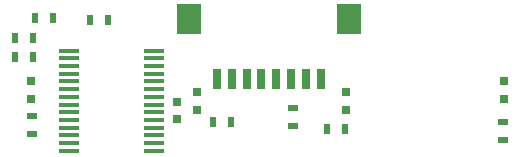
<source format=gtp>
G04 #@! TF.FileFunction,Paste,Top*
%FSLAX46Y46*%
G04 Gerber Fmt 4.6, Leading zero omitted, Abs format (unit mm)*
G04 Created by KiCad (PCBNEW 4.0.6) date Monday, August 21, 2017 'PMt' 07:07:08 PM*
%MOMM*%
%LPD*%
G01*
G04 APERTURE LIST*
%ADD10C,0.100000*%
%ADD11R,0.750000X0.800000*%
%ADD12R,0.797560X0.797560*%
%ADD13R,0.900000X0.500000*%
%ADD14R,0.500000X0.900000*%
%ADD15R,1.750000X0.450000*%
%ADD16R,2.000000X2.600000*%
%ADD17R,0.700000X1.800000*%
G04 APERTURE END LIST*
D10*
D11*
X126873000Y-60007500D03*
X126873000Y-58507500D03*
D12*
X114500000Y-58249300D03*
X114500000Y-56750700D03*
X154499000Y-58249300D03*
X154499000Y-56750700D03*
X141166000Y-59169300D03*
X141166000Y-57670700D03*
X128524000Y-59169300D03*
X128524000Y-57670700D03*
D13*
X114554000Y-61202000D03*
X114554000Y-59702000D03*
X154432000Y-61722000D03*
X154432000Y-60222000D03*
D14*
X139585000Y-60833000D03*
X141085000Y-60833000D03*
X131433000Y-60198000D03*
X129933000Y-60198000D03*
X121019000Y-51562000D03*
X119519000Y-51562000D03*
D13*
X136652000Y-60567000D03*
X136652000Y-59067000D03*
D14*
X114820000Y-51435000D03*
X116320000Y-51435000D03*
X113169000Y-54737000D03*
X114669000Y-54737000D03*
X113169000Y-53086000D03*
X114669000Y-53086000D03*
D15*
X124885000Y-62645000D03*
X124885000Y-61995000D03*
X124885000Y-61345000D03*
X124885000Y-60695000D03*
X124885000Y-60045000D03*
X124885000Y-59395000D03*
X124885000Y-58745000D03*
X124885000Y-58095000D03*
X124885000Y-57445000D03*
X124885000Y-56795000D03*
X124885000Y-56145000D03*
X124885000Y-55495000D03*
X124885000Y-54845000D03*
X124885000Y-54195000D03*
X117685000Y-54195000D03*
X117685000Y-54845000D03*
X117685000Y-55495000D03*
X117685000Y-56145000D03*
X117685000Y-56795000D03*
X117685000Y-57445000D03*
X117685000Y-58095000D03*
X117685000Y-58745000D03*
X117685000Y-59395000D03*
X117685000Y-60045000D03*
X117685000Y-60695000D03*
X117685000Y-61345000D03*
X117685000Y-61995000D03*
X117685000Y-62645000D03*
D16*
X127855000Y-51499000D03*
X141405000Y-51499000D03*
D17*
X130255000Y-56599000D03*
X131505000Y-56599000D03*
X132755000Y-56599000D03*
X134005000Y-56599000D03*
X135255000Y-56599000D03*
X136505000Y-56599000D03*
X137755000Y-56599000D03*
X139005000Y-56599000D03*
M02*

</source>
